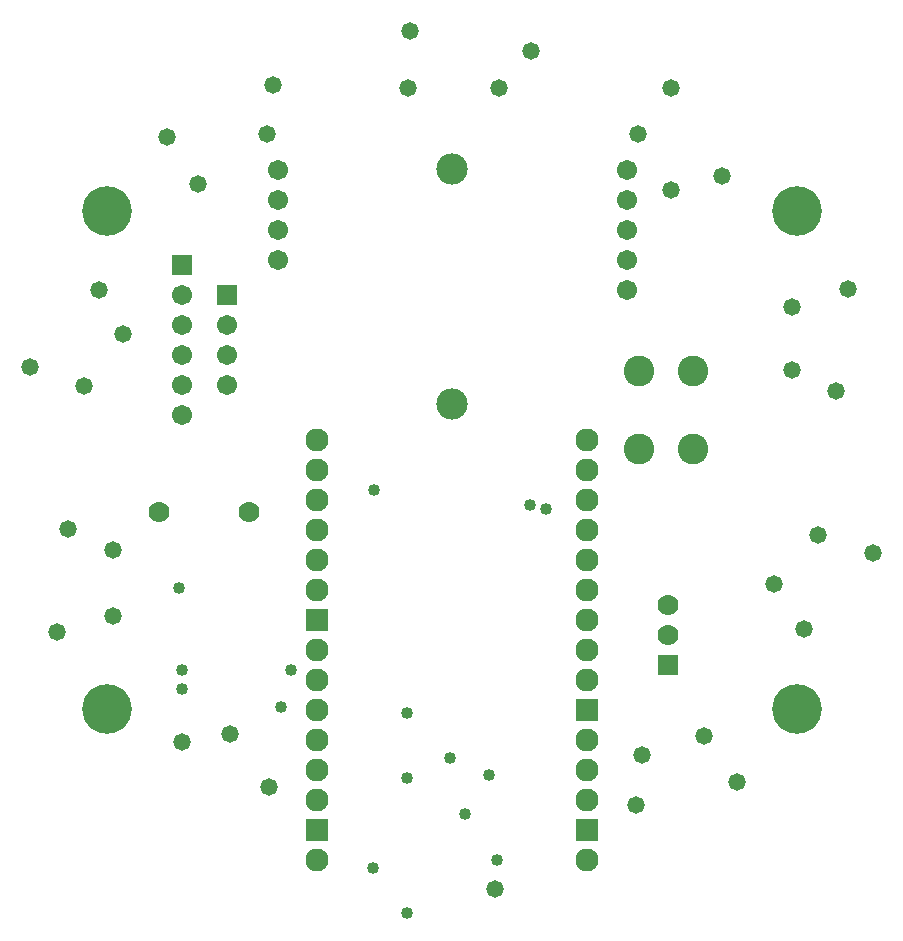
<source format=gbs>
G04 Layer_Color=16711935*
%FSLAX25Y25*%
%MOIN*%
G70*
G01*
G75*
%ADD70R,0.06706X0.06706*%
%ADD71C,0.06706*%
%ADD72C,0.16548*%
%ADD73C,0.10446*%
%ADD74C,0.07000*%
%ADD75R,0.07000X0.07000*%
%ADD76C,0.07700*%
%ADD77R,0.07700X0.07700*%
%ADD78C,0.10249*%
%ADD79C,0.04000*%
%ADD80C,0.05800*%
G54D70*
X-90000Y65000D02*
D03*
X-75000Y55000D02*
D03*
G54D71*
X-90000D02*
D03*
Y45000D02*
D03*
Y35000D02*
D03*
Y25000D02*
D03*
Y15000D02*
D03*
X-75000Y25000D02*
D03*
Y35000D02*
D03*
Y45000D02*
D03*
X58500Y66500D02*
D03*
Y86500D02*
D03*
X-58000Y66500D02*
D03*
Y86500D02*
D03*
X58500Y56500D02*
D03*
Y76500D02*
D03*
Y96500D02*
D03*
X-58000Y76500D02*
D03*
Y96500D02*
D03*
G54D72*
X-115000Y-83000D02*
D03*
X115000D02*
D03*
Y83000D02*
D03*
X-115000D02*
D03*
G54D73*
X0Y18543D02*
D03*
Y96890D02*
D03*
G54D74*
X72000Y-48500D02*
D03*
Y-58500D02*
D03*
X-67500Y-17500D02*
D03*
X-97500D02*
D03*
G54D75*
X72000Y-68500D02*
D03*
G54D76*
X45000Y-133500D02*
D03*
Y-93500D02*
D03*
Y-103500D02*
D03*
Y-113500D02*
D03*
Y-73500D02*
D03*
Y-63500D02*
D03*
Y-53500D02*
D03*
Y6500D02*
D03*
Y-3500D02*
D03*
Y-13500D02*
D03*
Y-23500D02*
D03*
Y-33500D02*
D03*
Y-43500D02*
D03*
X-45000Y-133500D02*
D03*
Y-93500D02*
D03*
Y-103500D02*
D03*
Y-113500D02*
D03*
Y-83500D02*
D03*
Y-73500D02*
D03*
Y-63500D02*
D03*
Y6500D02*
D03*
Y-3500D02*
D03*
Y-13500D02*
D03*
Y-23500D02*
D03*
Y-33500D02*
D03*
Y-43500D02*
D03*
G54D77*
X45000Y-123500D02*
D03*
Y-83500D02*
D03*
X-45000Y-123500D02*
D03*
Y-53500D02*
D03*
G54D78*
X62500Y29500D02*
D03*
Y3500D02*
D03*
X80500D02*
D03*
Y29500D02*
D03*
G54D79*
X4500Y-118000D02*
D03*
X-26346Y-136153D02*
D03*
X-53500Y-70000D02*
D03*
X-57000Y-82500D02*
D03*
X26000Y-15000D02*
D03*
X-26000Y-10000D02*
D03*
X31500Y-16500D02*
D03*
X15000Y-133500D02*
D03*
X12543Y-105043D02*
D03*
X-500Y-99500D02*
D03*
X-15000Y-151000D02*
D03*
Y-84500D02*
D03*
Y-106000D02*
D03*
X-90866Y-42866D02*
D03*
X-90000Y-70000D02*
D03*
Y-76346D02*
D03*
G54D80*
X117500Y-56500D02*
D03*
X128000Y23000D02*
D03*
X113500Y51000D02*
D03*
X90000Y94500D02*
D03*
X62000Y108500D02*
D03*
X-14500Y124000D02*
D03*
X84000Y-92000D02*
D03*
X61500Y-115000D02*
D03*
X-84500Y92000D02*
D03*
X-117500Y56500D02*
D03*
X-122500Y24500D02*
D03*
X-128000Y-23000D02*
D03*
X-113000Y-52000D02*
D03*
X-90000Y-94000D02*
D03*
X-61000Y-109000D02*
D03*
X113500Y30000D02*
D03*
X132000Y57000D02*
D03*
X73000Y124000D02*
D03*
X122000Y-25000D02*
D03*
X140500Y-31000D02*
D03*
X107500Y-41500D02*
D03*
X95000Y-107500D02*
D03*
X63500Y-98500D02*
D03*
X-74000Y-91500D02*
D03*
X-131500Y-57500D02*
D03*
X-113000Y-30000D02*
D03*
X14354Y-143146D02*
D03*
X73000Y90000D02*
D03*
X26346Y136153D02*
D03*
X15854Y123854D02*
D03*
X-61500Y108500D02*
D03*
X-59500Y125000D02*
D03*
X-95000Y107500D02*
D03*
X-14000Y143000D02*
D03*
X-140500Y31000D02*
D03*
X-109500Y42000D02*
D03*
M02*

</source>
